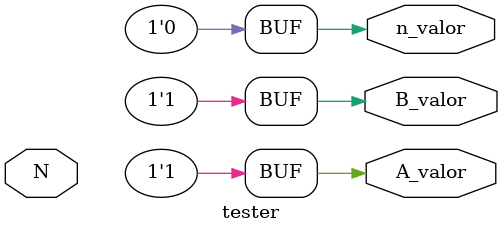
<source format=v>
module tester(
    A_valor, B_valor, N, n_valor
);

input wire N;
output reg A_valor,B_valor,n_valor;

initial begin
    A_valor=1;
    B_valor=1;
    n_valor=0;
    end
endmodule

</source>
